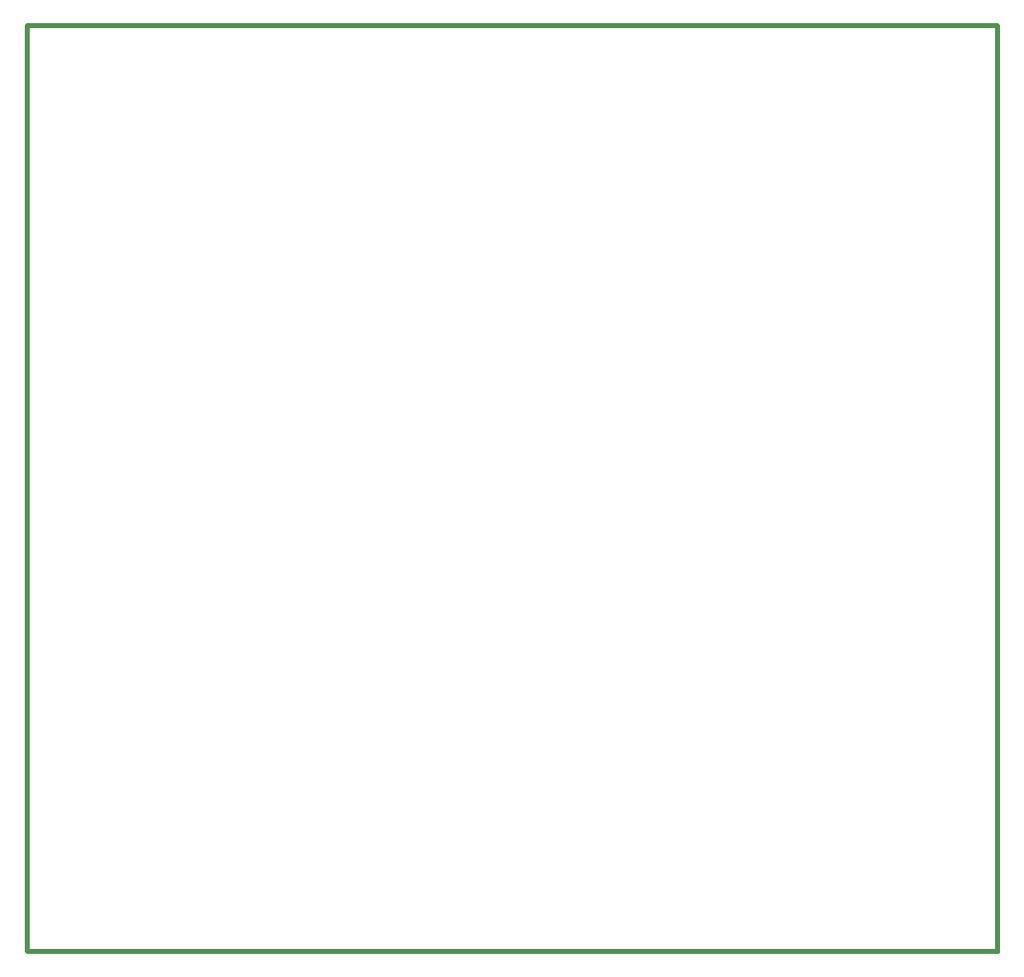
<source format=gko>
G04*
G04 #@! TF.GenerationSoftware,Altium Limited,Altium Designer,21.0.8 (223)*
G04*
G04 Layer_Color=16711935*
%FSAX24Y24*%
%MOIN*%
G70*
G04*
G04 #@! TF.SameCoordinates,60160E94-E268-4AC3-8077-459848BE01EC*
G04*
G04*
G04 #@! TF.FilePolarity,Positive*
G04*
G01*
G75*
%ADD11C,0.0150*%
%ADD51C,0.0200*%
D11*
X019900Y012650D02*
Y050000D01*
X059050D01*
Y012650D02*
Y050000D01*
X019900Y012650D02*
X059050D01*
D51*
X019900D02*
Y050000D01*
X059050D01*
Y012650D02*
Y050000D01*
X019900Y012650D02*
X059050D01*
M02*

</source>
